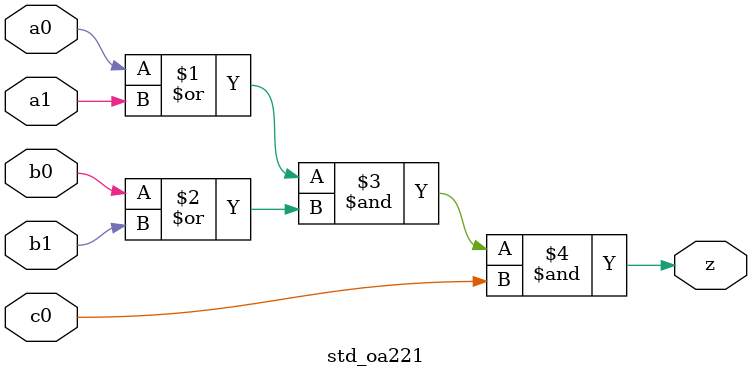
<source format=sv>

module std_oa221 #(parameter DW = 1 ) // array width
(
	input [DW-1:0]  a0,
	input [DW-1:0]  a1,
	input [DW-1:0]  b0,
	input [DW-1:0]  b1,
	input [DW-1:0]  c0, 
	output [DW-1:0] z
);

assign z = (a0 | a1) & (b0 | b1) & (c0);

endmodule

</source>
